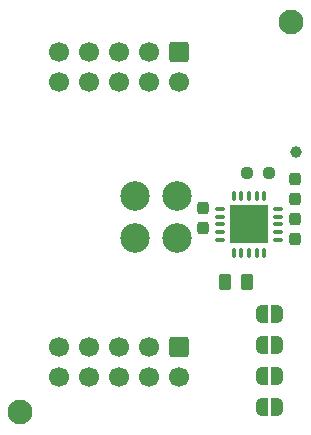
<source format=gts>
G04 #@! TF.GenerationSoftware,KiCad,Pcbnew,6.0.10-86aedd382b~118~ubuntu20.04.1*
G04 #@! TF.CreationDate,2023-01-08T02:49:30+01:00*
G04 #@! TF.ProjectId,TempExt,54656d70-4578-4742-9e6b-696361645f70,rev?*
G04 #@! TF.SameCoordinates,Original*
G04 #@! TF.FileFunction,Soldermask,Top*
G04 #@! TF.FilePolarity,Negative*
%FSLAX46Y46*%
G04 Gerber Fmt 4.6, Leading zero omitted, Abs format (unit mm)*
G04 Created by KiCad (PCBNEW 6.0.10-86aedd382b~118~ubuntu20.04.1) date 2023-01-08 02:49:30*
%MOMM*%
%LPD*%
G01*
G04 APERTURE LIST*
G04 Aperture macros list*
%AMRoundRect*
0 Rectangle with rounded corners*
0 $1 Rounding radius*
0 $2 $3 $4 $5 $6 $7 $8 $9 X,Y pos of 4 corners*
0 Add a 4 corners polygon primitive as box body*
4,1,4,$2,$3,$4,$5,$6,$7,$8,$9,$2,$3,0*
0 Add four circle primitives for the rounded corners*
1,1,$1+$1,$2,$3*
1,1,$1+$1,$4,$5*
1,1,$1+$1,$6,$7*
1,1,$1+$1,$8,$9*
0 Add four rect primitives between the rounded corners*
20,1,$1+$1,$2,$3,$4,$5,0*
20,1,$1+$1,$4,$5,$6,$7,0*
20,1,$1+$1,$6,$7,$8,$9,0*
20,1,$1+$1,$8,$9,$2,$3,0*%
%AMFreePoly0*
4,1,20,0.000000,0.744959,0.073905,0.744508,0.209726,0.703889,0.328688,0.626782,0.421226,0.519385,0.479903,0.390333,0.500000,0.250000,0.500000,-0.250000,0.499851,-0.262216,0.476331,-0.402017,0.414519,-0.529596,0.319384,-0.634700,0.198574,-0.708877,0.061801,-0.746166,0.000000,-0.745033,0.000000,-0.750000,-0.500000,-0.750000,-0.500000,0.750000,0.000000,0.750000,0.000000,0.744959,
0.000000,0.744959,$1*%
%AMFreePoly1*
4,1,22,0.500000,-0.750000,0.000000,-0.750000,0.000000,-0.745033,-0.079941,-0.743568,-0.215256,-0.701293,-0.333266,-0.622738,-0.424486,-0.514219,-0.481581,-0.384460,-0.499164,-0.250000,-0.500000,-0.250000,-0.500000,0.250000,-0.499164,0.250000,-0.499963,0.256109,-0.478152,0.396186,-0.417904,0.524511,-0.324060,0.630769,-0.204165,0.706417,-0.067858,0.745374,0.000000,0.744959,0.000000,0.750000,
0.500000,0.750000,0.500000,-0.750000,0.500000,-0.750000,$1*%
G04 Aperture macros list end*
%ADD10C,1.000000*%
%ADD11C,2.500000*%
%ADD12RoundRect,0.250000X-0.262500X-0.450000X0.262500X-0.450000X0.262500X0.450000X-0.262500X0.450000X0*%
%ADD13RoundRect,0.250000X-0.600000X0.600000X-0.600000X-0.600000X0.600000X-0.600000X0.600000X0.600000X0*%
%ADD14C,1.700000*%
%ADD15FreePoly0,180.000000*%
%ADD16FreePoly1,180.000000*%
%ADD17C,2.100000*%
%ADD18RoundRect,0.237500X0.237500X-0.300000X0.237500X0.300000X-0.237500X0.300000X-0.237500X-0.300000X0*%
%ADD19RoundRect,0.237500X0.250000X0.237500X-0.250000X0.237500X-0.250000X-0.237500X0.250000X-0.237500X0*%
%ADD20RoundRect,0.237500X-0.237500X0.300000X-0.237500X-0.300000X0.237500X-0.300000X0.237500X0.300000X0*%
%ADD21R,3.250000X3.250000*%
%ADD22RoundRect,0.075000X-0.337500X0.075000X-0.337500X-0.075000X0.337500X-0.075000X0.337500X0.075000X0*%
%ADD23RoundRect,0.075000X-0.075000X0.337500X-0.075000X-0.337500X0.075000X-0.337500X0.075000X0.337500X0*%
G04 APERTURE END LIST*
D10*
X134891106Y-106499999D03*
D11*
X121232233Y-113767767D03*
X124767767Y-113767767D03*
X124767767Y-110232233D03*
X121232233Y-110232233D03*
D12*
X128887500Y-117500000D03*
X130712500Y-117500000D03*
D13*
X125000000Y-98000000D03*
D14*
X125000000Y-100540000D03*
X122460000Y-98000000D03*
X122460000Y-100540000D03*
X119920000Y-98000000D03*
X119920000Y-100540000D03*
X117380000Y-98000000D03*
X117380000Y-100540000D03*
X114840000Y-98000000D03*
X114840000Y-100540000D03*
D15*
X132000000Y-128025000D03*
D16*
X133300000Y-128025000D03*
D15*
X132007233Y-125425000D03*
D16*
X133307233Y-125425000D03*
D15*
X132007233Y-122825000D03*
D16*
X133307233Y-122825000D03*
X133307233Y-120225000D03*
D15*
X132007233Y-120225000D03*
D17*
X111500000Y-128500000D03*
D18*
X134800000Y-108737500D03*
X134800000Y-110462500D03*
D19*
X130772500Y-108275000D03*
X132597500Y-108275000D03*
D20*
X127000000Y-112937500D03*
X127000000Y-111212500D03*
D21*
X130900000Y-112600000D03*
D22*
X133337500Y-111300000D03*
X133337500Y-111950000D03*
X133337500Y-112600000D03*
X133337500Y-113250000D03*
X133337500Y-113900000D03*
D23*
X132200000Y-115037500D03*
X131550000Y-115037500D03*
X130900000Y-115037500D03*
X130250000Y-115037500D03*
X129600000Y-115037500D03*
D22*
X128462500Y-113900000D03*
X128462500Y-113250000D03*
X128462500Y-112600000D03*
X128462500Y-111950000D03*
X128462500Y-111300000D03*
D23*
X129600000Y-110162500D03*
X130250000Y-110162500D03*
X130900000Y-110162500D03*
X131550000Y-110162500D03*
X132200000Y-110162500D03*
D20*
X134800000Y-113862500D03*
X134800000Y-112137500D03*
D14*
X114820000Y-125487500D03*
X114820000Y-122947500D03*
X117360000Y-125487500D03*
X117360000Y-122947500D03*
X119900000Y-125487500D03*
X119900000Y-122947500D03*
X122440000Y-125487500D03*
X122440000Y-122947500D03*
X124980000Y-125487500D03*
D13*
X124980000Y-122947500D03*
D17*
X134500000Y-95500000D03*
M02*

</source>
